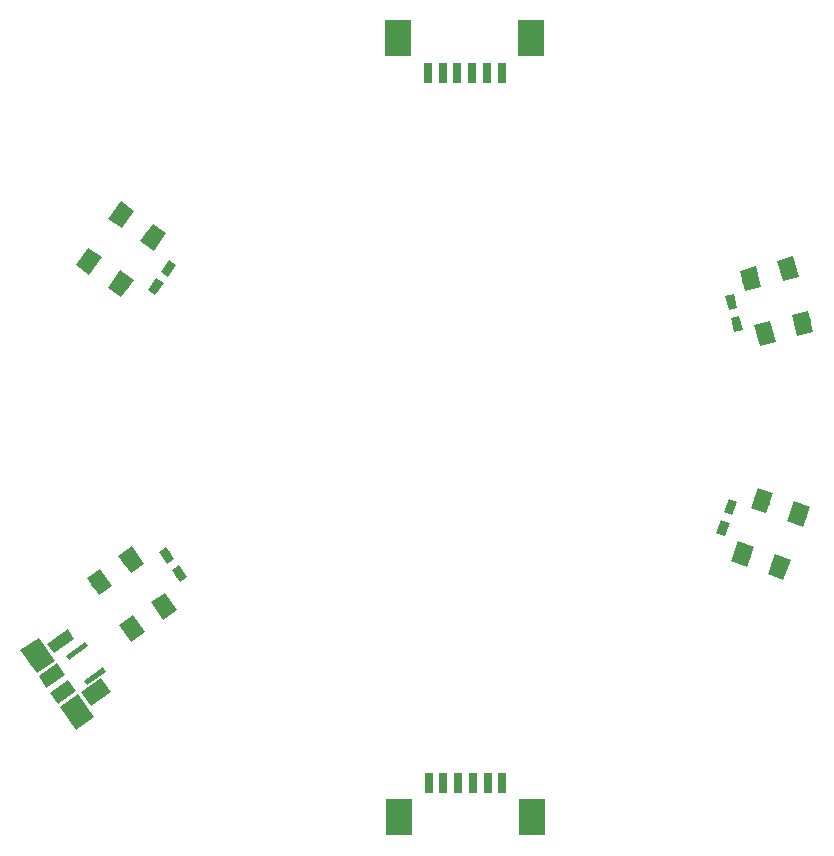
<source format=gbr>
G04 #@! TF.GenerationSoftware,KiCad,Pcbnew,(5.0.0)*
G04 #@! TF.CreationDate,2018-10-21T21:14:25+02:00*
G04 #@! TF.ProjectId,dome disc,646F6D6520646973632E6B696361645F,rev?*
G04 #@! TF.SameCoordinates,Original*
G04 #@! TF.FileFunction,Paste,Top*
G04 #@! TF.FilePolarity,Positive*
%FSLAX46Y46*%
G04 Gerber Fmt 4.6, Leading zero omitted, Abs format (unit mm)*
G04 Created by KiCad (PCBNEW (5.0.0)) date 10/21/18 21:14:25*
%MOMM*%
%LPD*%
G01*
G04 APERTURE LIST*
%ADD10C,0.450000*%
%ADD11C,0.100000*%
%ADD12C,1.000000*%
%ADD13C,1.475000*%
%ADD14C,1.900000*%
%ADD15C,1.175000*%
%ADD16R,0.800000X1.700000*%
%ADD17R,2.200000X3.100000*%
%ADD18C,0.750000*%
%ADD19C,1.400000*%
G04 APERTURE END LIST*
D10*
G04 #@! TO.C,J3*
X98896058Y-104425608D03*
D11*
G36*
X97947851Y-104814875D02*
X99586155Y-103667722D01*
X99844265Y-104036341D01*
X98205961Y-105183494D01*
X97947851Y-104814875D01*
X97947851Y-104814875D01*
G37*
D10*
X100387357Y-106555403D03*
D11*
G36*
X99439150Y-106944670D02*
X101077454Y-105797517D01*
X101335564Y-106166136D01*
X99697260Y-107313289D01*
X99439150Y-106944670D01*
X99439150Y-106944670D01*
G37*
D12*
X97516562Y-103606158D03*
D11*
G36*
X96369664Y-103798837D02*
X98089883Y-102594327D01*
X98663460Y-103413479D01*
X96943241Y-104617989D01*
X96369664Y-103798837D01*
X96369664Y-103798837D01*
G37*
D13*
X100513499Y-107886228D03*
D11*
G36*
X99230377Y-107884359D02*
X100950596Y-106679848D01*
X101796621Y-107888097D01*
X100076402Y-109092608D01*
X99230377Y-107884359D01*
X99230377Y-107884359D01*
G37*
D14*
X95547910Y-104804559D03*
D11*
G36*
X94088594Y-104376714D02*
X95644982Y-103286918D01*
X97007226Y-105232404D01*
X95450838Y-106322200D01*
X94088594Y-104376714D01*
X94088594Y-104376714D01*
G37*
D14*
X98886125Y-109572024D03*
D11*
G36*
X97426809Y-109144179D02*
X98983197Y-108054383D01*
X100345441Y-109999869D01*
X98789053Y-111089665D01*
X97426809Y-109144179D01*
X97426809Y-109144179D01*
G37*
D15*
X96735213Y-106500204D03*
D11*
G36*
X95620042Y-106563850D02*
X97176431Y-105474055D01*
X97850384Y-106436558D01*
X96293995Y-107526353D01*
X95620042Y-106563850D01*
X95620042Y-106563850D01*
G37*
D15*
X97698822Y-107876379D03*
D11*
G36*
X96583651Y-107940025D02*
X98140040Y-106850230D01*
X98813993Y-107812733D01*
X97257604Y-108902528D01*
X96583651Y-107940025D01*
X96583651Y-107940025D01*
G37*
G04 #@! TD*
D16*
G04 #@! TO.C,J2*
X134825000Y-55450000D03*
X133575000Y-55450000D03*
X132325000Y-55450000D03*
X131075000Y-55450000D03*
X129825000Y-55450000D03*
X128575000Y-55450000D03*
D17*
X137325000Y-52550000D03*
X126075000Y-52550000D03*
G04 #@! TD*
D18*
G04 #@! TO.C,C1*
X107544898Y-97878194D03*
D11*
G36*
X106893570Y-97601794D02*
X107507934Y-97171612D01*
X108196226Y-98154594D01*
X107581862Y-98584776D01*
X106893570Y-97601794D01*
X106893570Y-97601794D01*
G37*
D18*
X106455102Y-96321806D03*
D11*
G36*
X105803774Y-96045406D02*
X106418138Y-95615224D01*
X107106430Y-96598206D01*
X106492066Y-97028388D01*
X105803774Y-96045406D01*
X105803774Y-96045406D01*
G37*
G04 #@! TD*
D18*
G04 #@! TO.C,C2*
X106644898Y-72021806D03*
D11*
G36*
X106681862Y-71315224D02*
X107296226Y-71745406D01*
X106607934Y-72728388D01*
X105993570Y-72298206D01*
X106681862Y-71315224D01*
X106681862Y-71315224D01*
G37*
D18*
X105555102Y-73578194D03*
D11*
G36*
X105592066Y-72871612D02*
X106206430Y-73301794D01*
X105518138Y-74284776D01*
X104903774Y-73854594D01*
X105592066Y-72871612D01*
X105592066Y-72871612D01*
G37*
G04 #@! TD*
D18*
G04 #@! TO.C,C3*
X154254122Y-74882370D03*
D11*
G36*
X154771636Y-75364868D02*
X154047191Y-75558983D01*
X153736608Y-74399872D01*
X154461053Y-74205757D01*
X154771636Y-75364868D01*
X154771636Y-75364868D01*
G37*
D18*
X154745878Y-76717630D03*
D11*
G36*
X155263392Y-77200128D02*
X154538947Y-77394243D01*
X154228364Y-76235132D01*
X154952809Y-76041017D01*
X155263392Y-77200128D01*
X155263392Y-77200128D01*
G37*
G04 #@! TD*
D18*
G04 #@! TO.C,C4*
X153575081Y-93992708D03*
D11*
G36*
X153722254Y-94684781D02*
X153017484Y-94428266D01*
X153427908Y-93300635D01*
X154132678Y-93557150D01*
X153722254Y-94684781D01*
X153722254Y-94684781D01*
G37*
D18*
X154224919Y-92207292D03*
D11*
G36*
X154372092Y-92899365D02*
X153667322Y-92642850D01*
X154077746Y-91515219D01*
X154782516Y-91771734D01*
X154372092Y-92899365D01*
X154372092Y-92899365D01*
G37*
G04 #@! TD*
D19*
G04 #@! TO.C,D1*
X103475017Y-96687634D03*
D11*
G36*
X103417829Y-97826374D02*
X102385392Y-96351901D01*
X103532205Y-95548894D01*
X104564642Y-97023367D01*
X103417829Y-97826374D01*
X103417829Y-97826374D01*
G37*
D19*
X100771816Y-98580436D03*
D11*
G36*
X100714628Y-99719176D02*
X99682191Y-98244703D01*
X100829004Y-97441696D01*
X101861441Y-98916169D01*
X100714628Y-99719176D01*
X100714628Y-99719176D01*
G37*
D19*
X103524983Y-102512366D03*
D11*
G36*
X103467795Y-103651106D02*
X102435358Y-102176633D01*
X103582171Y-101373626D01*
X104614608Y-102848099D01*
X103467795Y-103651106D01*
X103467795Y-103651106D01*
G37*
D19*
X106228184Y-100619564D03*
D11*
G36*
X106170996Y-101758304D02*
X105138559Y-100283831D01*
X106285372Y-99480824D01*
X107317809Y-100955297D01*
X106170996Y-101758304D01*
X106170996Y-101758304D01*
G37*
G04 #@! TD*
D19*
G04 #@! TO.C,D2*
X102575017Y-73312366D03*
D11*
G36*
X101485392Y-73648099D02*
X102517829Y-72173626D01*
X103664642Y-72976633D01*
X102632205Y-74451106D01*
X101485392Y-73648099D01*
X101485392Y-73648099D01*
G37*
D19*
X99871816Y-71419564D03*
D11*
G36*
X98782191Y-71755297D02*
X99814628Y-70280824D01*
X100961441Y-71083831D01*
X99929004Y-72558304D01*
X98782191Y-71755297D01*
X98782191Y-71755297D01*
G37*
D19*
X102624983Y-67487634D03*
D11*
G36*
X101535358Y-67823367D02*
X102567795Y-66348894D01*
X103714608Y-67151901D01*
X102682171Y-68626374D01*
X101535358Y-67823367D01*
X101535358Y-67823367D01*
G37*
D19*
X105328184Y-69380436D03*
D11*
G36*
X104238559Y-69716169D02*
X105270996Y-68241696D01*
X106417809Y-69044703D01*
X105385372Y-70519176D01*
X104238559Y-69716169D01*
X104238559Y-69716169D01*
G37*
G04 #@! TD*
D19*
G04 #@! TO.C,D3*
X157127388Y-77545273D03*
D11*
G36*
X157570599Y-76494766D02*
X158036473Y-78233433D01*
X156684177Y-78595780D01*
X156218303Y-76857113D01*
X157570599Y-76494766D01*
X157570599Y-76494766D01*
G37*
D19*
X160314943Y-76691171D03*
D11*
G36*
X160758154Y-75640664D02*
X161224028Y-77379331D01*
X159871732Y-77741678D01*
X159405858Y-76003011D01*
X160758154Y-75640664D01*
X160758154Y-75640664D01*
G37*
D19*
X159072612Y-72054727D03*
D11*
G36*
X159515823Y-71004220D02*
X159981697Y-72742887D01*
X158629401Y-73105234D01*
X158163527Y-71366567D01*
X159515823Y-71004220D01*
X159515823Y-71004220D01*
G37*
D19*
X155885057Y-72908829D03*
D11*
G36*
X156328268Y-71858322D02*
X156794142Y-73596989D01*
X155441846Y-73959336D01*
X154975972Y-72220669D01*
X156328268Y-71858322D01*
X156328268Y-71858322D01*
G37*
G04 #@! TD*
D19*
G04 #@! TO.C,D4*
X156870356Y-91680404D03*
D11*
G36*
X157835959Y-91074095D02*
X157220323Y-92765541D01*
X155904753Y-92286713D01*
X156520389Y-90595267D01*
X157835959Y-91074095D01*
X157835959Y-91074095D01*
G37*
D19*
X159971341Y-92809071D03*
D11*
G36*
X160936944Y-92202762D02*
X160321308Y-93894208D01*
X159005738Y-93415380D01*
X159621374Y-91723934D01*
X160936944Y-92202762D01*
X160936944Y-92202762D01*
G37*
D19*
X158329644Y-97319596D03*
D11*
G36*
X159295247Y-96713287D02*
X158679611Y-98404733D01*
X157364041Y-97925905D01*
X157979677Y-96234459D01*
X159295247Y-96713287D01*
X159295247Y-96713287D01*
G37*
D19*
X155228659Y-96190929D03*
D11*
G36*
X156194262Y-95584620D02*
X155578626Y-97276066D01*
X154263056Y-96797238D01*
X154878692Y-95105792D01*
X156194262Y-95584620D01*
X156194262Y-95584620D01*
G37*
G04 #@! TD*
D17*
G04 #@! TO.C,J1*
X137400000Y-118500000D03*
X126150000Y-118500000D03*
D16*
X134900000Y-115600000D03*
X133650000Y-115600000D03*
X132400000Y-115600000D03*
X131150000Y-115600000D03*
X129900000Y-115600000D03*
X128650000Y-115600000D03*
G04 #@! TD*
M02*

</source>
